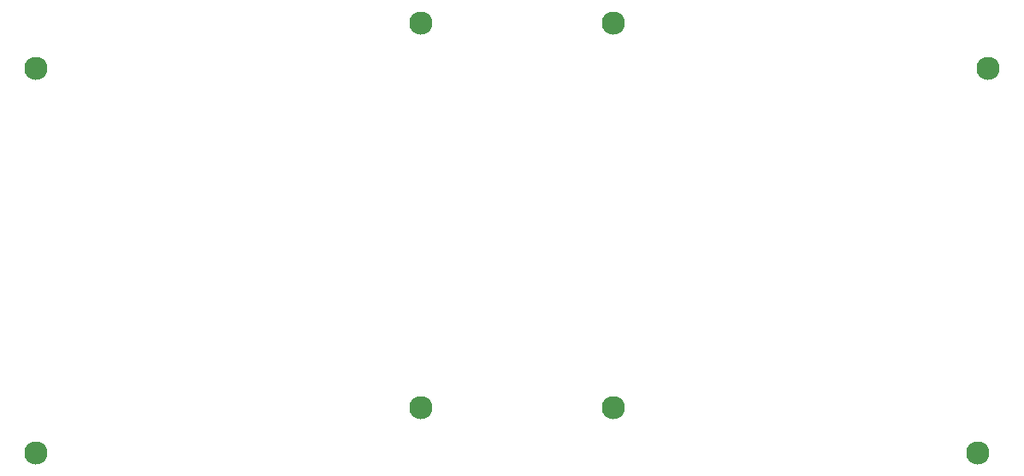
<source format=gbr>
%TF.GenerationSoftware,KiCad,Pcbnew,5.1.6-c6e7f7d~87~ubuntu20.04.1*%
%TF.CreationDate,2020-08-25T07:19:45-05:00*%
%TF.ProjectId,BottomPlate,426f7474-6f6d-4506-9c61-74652e6b6963,rev?*%
%TF.SameCoordinates,Original*%
%TF.FileFunction,Soldermask,Top*%
%TF.FilePolarity,Negative*%
%FSLAX46Y46*%
G04 Gerber Fmt 4.6, Leading zero omitted, Abs format (unit mm)*
G04 Created by KiCad (PCBNEW 5.1.6-c6e7f7d~87~ubuntu20.04.1) date 2020-08-25 07:19:45*
%MOMM*%
%LPD*%
G01*
G04 APERTURE LIST*
%ADD10C,2.300000*%
G04 APERTURE END LIST*
D10*
%TO.C,REF\u002A\u002A*%
X105156000Y-65731000D03*
%TD*%
%TO.C,REF\u002A\u002A*%
X160306000Y-108331000D03*
%TD*%
%TO.C,REF\u002A\u002A*%
X105156000Y-103831000D03*
%TD*%
%TO.C,REF\u002A\u002A*%
X161306000Y-70231000D03*
%TD*%
%TO.C,REF\u002A\u002A*%
X67056000Y-108331000D03*
%TD*%
%TO.C,REF\u002A\u002A*%
X67056000Y-70231000D03*
%TD*%
%TO.C,REF\u002A\u002A*%
X124206000Y-65731000D03*
%TD*%
%TO.C,REF\u002A\u002A*%
X124206000Y-103831000D03*
%TD*%
M02*

</source>
